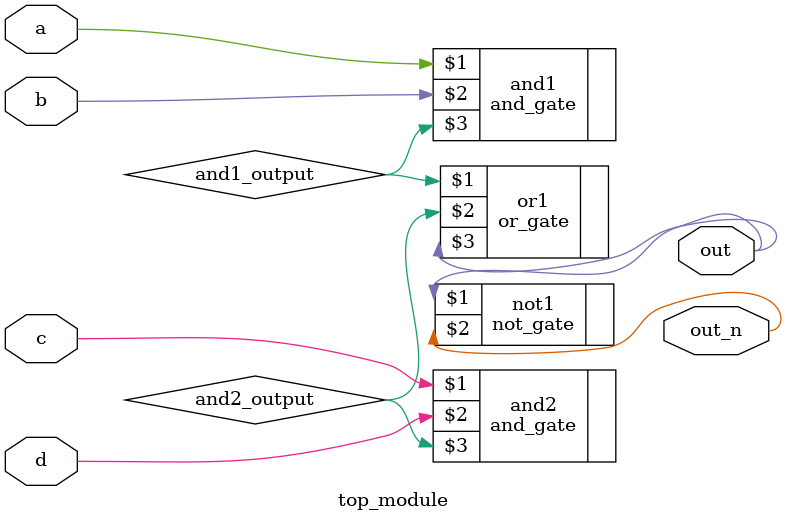
<source format=sv>
module top_module (
	input a,
	input b,
	input c,
	input d,
	output out,
	output out_n );

	wire and1_output;
	wire and2_output;

	and_gate and1(a, b, and1_output);
	and_gate and2(c, d, and2_output);

	or_gate or1(and1_output, and2_output, out);
	not_gate not1(out, out_n);

endmodule

</source>
